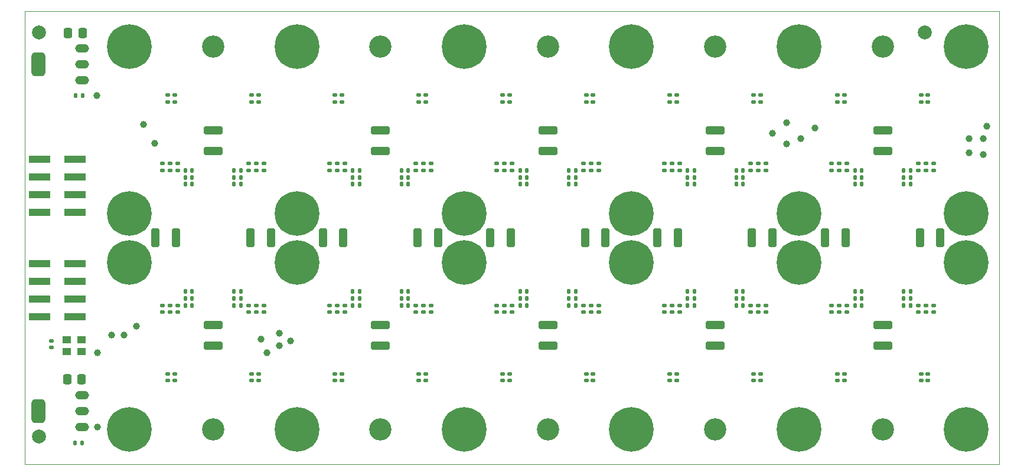
<source format=gbr>
%TF.GenerationSoftware,KiCad,Pcbnew,8.0.6*%
%TF.CreationDate,2024-12-11T18:08:37+01:00*%
%TF.ProjectId,AsicsBoard - 10xBM1370 - 01A,41736963-7342-46f6-9172-64202d203130,rev?*%
%TF.SameCoordinates,Original*%
%TF.FileFunction,Soldermask,Bot*%
%TF.FilePolarity,Negative*%
%FSLAX46Y46*%
G04 Gerber Fmt 4.6, Leading zero omitted, Abs format (unit mm)*
G04 Created by KiCad (PCBNEW 8.0.6) date 2024-12-11 18:08:37*
%MOMM*%
%LPD*%
G01*
G04 APERTURE LIST*
G04 Aperture macros list*
%AMRoundRect*
0 Rectangle with rounded corners*
0 $1 Rounding radius*
0 $2 $3 $4 $5 $6 $7 $8 $9 X,Y pos of 4 corners*
0 Add a 4 corners polygon primitive as box body*
4,1,4,$2,$3,$4,$5,$6,$7,$8,$9,$2,$3,0*
0 Add four circle primitives for the rounded corners*
1,1,$1+$1,$2,$3*
1,1,$1+$1,$4,$5*
1,1,$1+$1,$6,$7*
1,1,$1+$1,$8,$9*
0 Add four rect primitives between the rounded corners*
20,1,$1+$1,$2,$3,$4,$5,0*
20,1,$1+$1,$4,$5,$6,$7,0*
20,1,$1+$1,$6,$7,$8,$9,0*
20,1,$1+$1,$8,$9,$2,$3,0*%
G04 Aperture macros list end*
%ADD10R,1.300000X1.100000*%
%ADD11RoundRect,0.140000X0.140000X0.170000X-0.140000X0.170000X-0.140000X-0.170000X0.140000X-0.170000X0*%
%ADD12C,3.200000*%
%ADD13RoundRect,0.140000X-0.170000X0.140000X-0.170000X-0.140000X0.170000X-0.140000X0.170000X0.140000X0*%
%ADD14RoundRect,0.140000X-0.140000X-0.170000X0.140000X-0.170000X0.140000X0.170000X-0.140000X0.170000X0*%
%ADD15RoundRect,0.140000X0.170000X-0.140000X0.170000X0.140000X-0.170000X0.140000X-0.170000X-0.140000X0*%
%ADD16RoundRect,0.250000X1.100000X-0.325000X1.100000X0.325000X-1.100000X0.325000X-1.100000X-0.325000X0*%
%ADD17C,1.000000*%
%ADD18RoundRect,0.250000X0.325000X1.100000X-0.325000X1.100000X-0.325000X-1.100000X0.325000X-1.100000X0*%
%ADD19RoundRect,0.250000X-0.325000X-1.100000X0.325000X-1.100000X0.325000X1.100000X-0.325000X1.100000X0*%
%ADD20R,3.150000X1.000000*%
%ADD21C,0.800000*%
%ADD22C,6.400000*%
%ADD23RoundRect,0.250000X0.337500X0.475000X-0.337500X0.475000X-0.337500X-0.475000X0.337500X-0.475000X0*%
%ADD24RoundRect,0.512160X-0.469840X0.069840X-0.469840X-0.069840X0.469840X-0.069840X0.469840X0.069840X0*%
%ADD25RoundRect,0.510640X-0.471360X1.221360X-0.471360X-1.221360X0.471360X-1.221360X0.471360X1.221360X0*%
%ADD26RoundRect,0.250000X-1.100000X0.325000X-1.100000X-0.325000X1.100000X-0.325000X1.100000X0.325000X0*%
%ADD27C,2.000000*%
%TA.AperFunction,Profile*%
%ADD28C,0.100000*%
%TD*%
G04 APERTURE END LIST*
D10*
%TO.C,U3*%
X71062000Y-102157000D03*
X73162000Y-102157000D03*
X73162000Y-103807000D03*
X71062000Y-103807000D03*
%TD*%
D11*
%TO.C,C4*%
X73280000Y-67084500D03*
X72320000Y-67084500D03*
%TD*%
%TO.C,C3*%
X73180000Y-116952000D03*
X72220000Y-116952000D03*
%TD*%
D12*
%TO.C,H6*%
X92000000Y-115000000D03*
%TD*%
%TO.C,H3*%
X188000000Y-60000000D03*
%TD*%
%TO.C,H7*%
X116000000Y-60000000D03*
%TD*%
%TO.C,H9*%
X116000000Y-115000000D03*
%TD*%
%TO.C,H5*%
X140000000Y-115000000D03*
%TD*%
%TO.C,H10*%
X164000000Y-115000000D03*
%TD*%
%TO.C,H4*%
X188000000Y-115000000D03*
%TD*%
%TO.C,H1*%
X92000000Y-60000000D03*
%TD*%
%TO.C,H8*%
X164000000Y-60000000D03*
%TD*%
%TO.C,H2*%
X140000000Y-60000000D03*
%TD*%
D13*
%TO.C,C158*%
X181500000Y-107020000D03*
X181500000Y-107980000D03*
%TD*%
%TO.C,C98*%
X158900000Y-97220000D03*
X158900000Y-98180000D03*
%TD*%
D14*
%TO.C,C142*%
X191020000Y-96200000D03*
X191980000Y-96200000D03*
%TD*%
D15*
%TO.C,C56*%
X170500000Y-67980001D03*
X170500000Y-67020001D03*
%TD*%
D14*
%TO.C,C109*%
X191019999Y-78800000D03*
X191979999Y-78800000D03*
%TD*%
D15*
%TO.C,C69*%
X147300000Y-98180000D03*
X147300000Y-97220000D03*
%TD*%
D13*
%TO.C,C22*%
X109500000Y-107020000D03*
X109500000Y-107980000D03*
%TD*%
D16*
%TO.C,C112*%
X188000000Y-75017000D03*
X188000000Y-72067000D03*
%TD*%
D11*
%TO.C,C125*%
X112980000Y-78800000D03*
X112020000Y-78800000D03*
%TD*%
D15*
%TO.C,C141*%
X122500000Y-67980001D03*
X122500000Y-67020001D03*
%TD*%
D17*
%TO.C,TP21*%
X172188000Y-72502000D03*
%TD*%
D18*
%TO.C,C185*%
X196275000Y-87500000D03*
X193325000Y-87500000D03*
%TD*%
D15*
%TO.C,C139*%
X110500001Y-67980000D03*
X110500001Y-67020000D03*
%TD*%
D13*
%TO.C,C64*%
X134900000Y-97220000D03*
X134900000Y-98180000D03*
%TD*%
%TO.C,C118*%
X182900000Y-76819999D03*
X182900000Y-77779999D03*
%TD*%
D14*
%TO.C,C93*%
X167020000Y-95200000D03*
X167980000Y-95200000D03*
%TD*%
D19*
%TO.C,C176*%
X83725000Y-87500000D03*
X86675000Y-87500000D03*
%TD*%
D15*
%TO.C,C152*%
X193100000Y-98180000D03*
X193100000Y-97220000D03*
%TD*%
D11*
%TO.C,C58*%
X136980000Y-96200000D03*
X136020000Y-96200000D03*
%TD*%
D17*
%TO.C,TP23*%
X174220000Y-70978000D03*
%TD*%
D13*
%TO.C,C20*%
X121500000Y-107020000D03*
X121500000Y-107980000D03*
%TD*%
D15*
%TO.C,C88*%
X134500001Y-67980000D03*
X134500001Y-67020000D03*
%TD*%
%TO.C,C124*%
X194500000Y-67980001D03*
X194500000Y-67020001D03*
%TD*%
D11*
%TO.C,C159*%
X88980000Y-78800000D03*
X88020000Y-78800000D03*
%TD*%
D15*
%TO.C,C138*%
X109500001Y-67980000D03*
X109500001Y-67020000D03*
%TD*%
D20*
%TO.C,J1*%
X72195000Y-91232000D03*
X67145000Y-91232000D03*
X72195000Y-93772000D03*
X67145000Y-93772000D03*
X72195000Y-96312000D03*
X67145000Y-96312000D03*
X72195000Y-98852000D03*
X67145000Y-98852000D03*
%TD*%
D13*
%TO.C,C148*%
X181800000Y-97220000D03*
X181800000Y-98180000D03*
%TD*%
D21*
%TO.C,H33*%
X202600000Y-91000000D03*
X201900000Y-92900000D03*
X201900000Y-89100000D03*
X200000000Y-93600000D03*
D22*
X200000000Y-91000000D03*
D21*
X200000000Y-88400000D03*
X198100000Y-92900000D03*
X198100000Y-89100000D03*
X197400000Y-91000000D03*
%TD*%
D15*
%TO.C,C166*%
X97099999Y-77780000D03*
X97099999Y-76820000D03*
%TD*%
D14*
%TO.C,C8*%
X119020000Y-95200000D03*
X119980000Y-95200000D03*
%TD*%
D19*
%TO.C,C184*%
X179725000Y-87500000D03*
X182675000Y-87500000D03*
%TD*%
D13*
%TO.C,C19*%
X122500000Y-107020000D03*
X122500000Y-107980000D03*
%TD*%
D14*
%TO.C,C66*%
X143020000Y-97200000D03*
X143980000Y-97200000D03*
%TD*%
D17*
%TO.C,TP9*%
X202414000Y-73264000D03*
%TD*%
D11*
%TO.C,C167*%
X95979999Y-77800000D03*
X95019999Y-77800000D03*
%TD*%
D17*
%TO.C,TP11*%
X200382000Y-73264000D03*
%TD*%
D14*
%TO.C,C6*%
X119020000Y-96200000D03*
X119980000Y-96200000D03*
%TD*%
D13*
%TO.C,C11*%
X108700000Y-97220000D03*
X108700000Y-98180000D03*
%TD*%
D15*
%TO.C,C140*%
X121500000Y-67980001D03*
X121500000Y-67020001D03*
%TD*%
D14*
%TO.C,C75*%
X143019999Y-78800000D03*
X143979999Y-78800000D03*
%TD*%
D21*
%TO.C,H11*%
X82600000Y-84000000D03*
X81900000Y-85900000D03*
X81900000Y-82100000D03*
X80000000Y-86600000D03*
D22*
X80000000Y-84000000D03*
D21*
X80000000Y-81400000D03*
X78100000Y-85900000D03*
X78100000Y-82100000D03*
X77400000Y-84000000D03*
%TD*%
D17*
%TO.C,TP15*%
X81002000Y-100188000D03*
%TD*%
D13*
%TO.C,C36*%
X98500000Y-107020000D03*
X98500000Y-107980000D03*
%TD*%
D17*
%TO.C,TP1*%
X75400000Y-114666000D03*
%TD*%
D13*
%TO.C,C73*%
X133500000Y-107020000D03*
X133500000Y-107980000D03*
%TD*%
%TO.C,C12*%
X109800000Y-97220000D03*
X109800000Y-98180000D03*
%TD*%
%TO.C,C28*%
X84700000Y-97220000D03*
X84700000Y-98180000D03*
%TD*%
D17*
%TO.C,TP5*%
X103100000Y-102300000D03*
%TD*%
D13*
%TO.C,C156*%
X193500000Y-107020000D03*
X193500000Y-107980000D03*
%TD*%
D17*
%TO.C,TP14*%
X82018000Y-71232000D03*
%TD*%
D14*
%TO.C,C99*%
X160020000Y-97200000D03*
X160980000Y-97200000D03*
%TD*%
D23*
%TO.C,C2*%
X73276500Y-58067500D03*
X71201500Y-58067500D03*
%TD*%
D21*
%TO.C,H27*%
X178600000Y-84000000D03*
X177900000Y-85900000D03*
X177900000Y-82100000D03*
X176000000Y-86600000D03*
D22*
X176000000Y-84000000D03*
D21*
X176000000Y-81400000D03*
X174100000Y-85900000D03*
X174100000Y-82100000D03*
X173400000Y-84000000D03*
%TD*%
D13*
%TO.C,C169*%
X86900000Y-76819999D03*
X86900000Y-77779999D03*
%TD*%
D17*
%TO.C,TP4*%
X101500000Y-103000000D03*
%TD*%
D11*
%TO.C,C108*%
X184980000Y-78800000D03*
X184020000Y-78800000D03*
%TD*%
%TO.C,C133*%
X119979999Y-77800000D03*
X119019999Y-77800000D03*
%TD*%
D14*
%TO.C,C57*%
X143020000Y-96200000D03*
X143980000Y-96200000D03*
%TD*%
D15*
%TO.C,C123*%
X193500000Y-67980001D03*
X193500000Y-67020001D03*
%TD*%
D11*
%TO.C,C9*%
X112980000Y-95200000D03*
X112020000Y-95200000D03*
%TD*%
D24*
%TO.C,U2*%
X73205000Y-110080000D03*
X73205000Y-112380000D03*
X73205000Y-114680000D03*
D25*
X66955000Y-112380000D03*
%TD*%
D13*
%TO.C,C62*%
X132700000Y-97220000D03*
X132700000Y-98180000D03*
%TD*%
D15*
%TO.C,C101*%
X169100000Y-98180000D03*
X169100000Y-97220000D03*
%TD*%
D17*
%TO.C,TP19*%
X174220000Y-74026000D03*
%TD*%
D26*
%TO.C,C10*%
X116000000Y-99983000D03*
X116000000Y-102933000D03*
%TD*%
D15*
%TO.C,C172*%
X85500001Y-67980000D03*
X85500001Y-67020000D03*
%TD*%
D14*
%TO.C,C111*%
X191019999Y-79800000D03*
X191979999Y-79800000D03*
%TD*%
D17*
%TO.C,TP8*%
X200382000Y-75296000D03*
%TD*%
D13*
%TO.C,C157*%
X182500000Y-107020000D03*
X182500000Y-107980000D03*
%TD*%
D21*
%TO.C,H14*%
X82600000Y-115000000D03*
X81900000Y-116900000D03*
X81900000Y-113100000D03*
X80000000Y-117600000D03*
D22*
X80000000Y-115000000D03*
D21*
X80000000Y-112400000D03*
X78100000Y-116900000D03*
X78100000Y-113100000D03*
X77400000Y-115000000D03*
%TD*%
D15*
%TO.C,C46*%
X170199999Y-77780000D03*
X170199999Y-76820000D03*
%TD*%
%TO.C,C35*%
X99300000Y-98180000D03*
X99300000Y-97220000D03*
%TD*%
D21*
%TO.C,H34*%
X202600000Y-115000000D03*
X201900000Y-116900000D03*
X201900000Y-113100000D03*
X200000000Y-117600000D03*
D22*
X200000000Y-115000000D03*
D21*
X200000000Y-112400000D03*
X198100000Y-116900000D03*
X198100000Y-113100000D03*
X197400000Y-115000000D03*
%TD*%
D15*
%TO.C,C68*%
X146200000Y-98180000D03*
X146200000Y-97220000D03*
%TD*%
D14*
%TO.C,C14*%
X112020000Y-97200000D03*
X112980000Y-97200000D03*
%TD*%
D11*
%TO.C,C92*%
X160980000Y-96200000D03*
X160020000Y-96200000D03*
%TD*%
D13*
%TO.C,C37*%
X97500000Y-107020000D03*
X97500000Y-107980000D03*
%TD*%
D21*
%TO.C,H21*%
X130600000Y-91000000D03*
X129900000Y-92900000D03*
X129900000Y-89100000D03*
X128000000Y-93600000D03*
D22*
X128000000Y-91000000D03*
D21*
X128000000Y-88400000D03*
X126100000Y-92900000D03*
X126100000Y-89100000D03*
X125400000Y-91000000D03*
%TD*%
D15*
%TO.C,C132*%
X121099999Y-77780000D03*
X121099999Y-76820000D03*
%TD*%
D13*
%TO.C,C147*%
X180700000Y-97220000D03*
X180700000Y-98180000D03*
%TD*%
D21*
%TO.C,H20*%
X130600000Y-60000000D03*
X129900000Y-61900000D03*
X129900000Y-58100000D03*
X128000000Y-62600000D03*
D22*
X128000000Y-60000000D03*
D21*
X128000000Y-57400000D03*
X126100000Y-61900000D03*
X126100000Y-58100000D03*
X125400000Y-60000000D03*
%TD*%
D15*
%TO.C,C80*%
X146199999Y-77780000D03*
X146199999Y-76820000D03*
%TD*%
D21*
%TO.C,H19*%
X130600000Y-84000000D03*
X129900000Y-85900000D03*
X129900000Y-82100000D03*
X128000000Y-86600000D03*
D22*
X128000000Y-84000000D03*
D21*
X128000000Y-81400000D03*
X126100000Y-85900000D03*
X126100000Y-82100000D03*
X125400000Y-84000000D03*
%TD*%
D11*
%TO.C,C40*%
X160980000Y-78800000D03*
X160020000Y-78800000D03*
%TD*%
D13*
%TO.C,C70*%
X146500000Y-107020000D03*
X146500000Y-107980000D03*
%TD*%
D21*
%TO.C,H32*%
X202600000Y-60000000D03*
X201900000Y-61900000D03*
X201900000Y-58100000D03*
X200000000Y-62600000D03*
D22*
X200000000Y-60000000D03*
D21*
X200000000Y-57400000D03*
X198100000Y-61900000D03*
X198100000Y-58100000D03*
X197400000Y-60000000D03*
%TD*%
D27*
%TO.C,FID4*%
X67000000Y-58000000D03*
%TD*%
D26*
%TO.C,C61*%
X140000000Y-99983000D03*
X140000000Y-102933000D03*
%TD*%
D14*
%TO.C,C23*%
X95020000Y-96200000D03*
X95980000Y-96200000D03*
%TD*%
D11*
%TO.C,C7*%
X112980000Y-96200000D03*
X112020000Y-96200000D03*
%TD*%
D21*
%TO.C,H13*%
X82600000Y-91000000D03*
X81900000Y-92900000D03*
X81900000Y-89100000D03*
X80000000Y-93600000D03*
D22*
X80000000Y-91000000D03*
D21*
X80000000Y-88400000D03*
X78100000Y-92900000D03*
X78100000Y-89100000D03*
X77400000Y-91000000D03*
%TD*%
%TO.C,H31*%
X202600000Y-84000000D03*
X201900000Y-85900000D03*
X201900000Y-82100000D03*
X200000000Y-86600000D03*
D22*
X200000000Y-84000000D03*
D21*
X200000000Y-81400000D03*
X198100000Y-85900000D03*
X198100000Y-82100000D03*
X197400000Y-84000000D03*
%TD*%
D26*
%TO.C,C95*%
X164000000Y-99983000D03*
X164000000Y-102933000D03*
%TD*%
D21*
%TO.C,H30*%
X178600000Y-115000000D03*
X177900000Y-116900000D03*
X177900000Y-113100000D03*
X176000000Y-117600000D03*
D22*
X176000000Y-115000000D03*
D21*
X176000000Y-112400000D03*
X174100000Y-116900000D03*
X174100000Y-113100000D03*
X173400000Y-115000000D03*
%TD*%
%TO.C,H23*%
X154600000Y-84000000D03*
X153900000Y-85900000D03*
X153900000Y-82100000D03*
X152000000Y-86600000D03*
D22*
X152000000Y-84000000D03*
D21*
X152000000Y-81400000D03*
X150100000Y-85900000D03*
X150100000Y-82100000D03*
X149400000Y-84000000D03*
%TD*%
D13*
%TO.C,C149*%
X182900000Y-97220000D03*
X182900000Y-98180000D03*
%TD*%
D21*
%TO.C,H17*%
X106600000Y-91000000D03*
X105900000Y-92900000D03*
X105900000Y-89100000D03*
X104000000Y-93600000D03*
D22*
X104000000Y-91000000D03*
D21*
X104000000Y-88400000D03*
X102100000Y-92900000D03*
X102100000Y-89100000D03*
X101400000Y-91000000D03*
%TD*%
D15*
%TO.C,C114*%
X194199999Y-77780000D03*
X194199999Y-76820000D03*
%TD*%
D17*
%TO.C,TP3*%
X101500000Y-101200000D03*
%TD*%
D15*
%TO.C,C90*%
X146500000Y-67980001D03*
X146500000Y-67020001D03*
%TD*%
D17*
%TO.C,TP16*%
X75414000Y-103998000D03*
%TD*%
D15*
%TO.C,C174*%
X97500000Y-67980001D03*
X97500000Y-67020001D03*
%TD*%
D14*
%TO.C,C160*%
X95019999Y-78800000D03*
X95979999Y-78800000D03*
%TD*%
D21*
%TO.C,H25*%
X154600000Y-91000000D03*
X153900000Y-92900000D03*
X153900000Y-89100000D03*
X152000000Y-93600000D03*
D22*
X152000000Y-91000000D03*
D21*
X152000000Y-88400000D03*
X150100000Y-92900000D03*
X150100000Y-89100000D03*
X149400000Y-91000000D03*
%TD*%
D17*
%TO.C,TP7*%
X99700000Y-104000000D03*
%TD*%
D15*
%TO.C,C53*%
X157500001Y-67980000D03*
X157500001Y-67020000D03*
%TD*%
D13*
%TO.C,C135*%
X110900000Y-76819999D03*
X110900000Y-77779999D03*
%TD*%
D21*
%TO.C,H22*%
X130600000Y-115000000D03*
X129900000Y-116900000D03*
X129900000Y-113100000D03*
X128000000Y-117600000D03*
D22*
X128000000Y-115000000D03*
D21*
X128000000Y-112400000D03*
X126100000Y-116900000D03*
X126100000Y-113100000D03*
X125400000Y-115000000D03*
%TD*%
D17*
%TO.C,TP6*%
X98900000Y-102000000D03*
%TD*%
D18*
%TO.C,C183*%
X172200000Y-87500000D03*
X169250000Y-87500000D03*
%TD*%
D14*
%TO.C,C32*%
X95020000Y-97200000D03*
X95980000Y-97200000D03*
%TD*%
D13*
%TO.C,C119*%
X181800000Y-76819999D03*
X181800000Y-77779999D03*
%TD*%
D15*
%TO.C,C87*%
X133500001Y-67980000D03*
X133500001Y-67020000D03*
%TD*%
D17*
%TO.C,TP12*%
X202922000Y-71486000D03*
%TD*%
D15*
%TO.C,C165*%
X98199999Y-77780000D03*
X98199999Y-76820000D03*
%TD*%
D11*
%TO.C,C116*%
X191979999Y-77800000D03*
X191019999Y-77800000D03*
%TD*%
D14*
%TO.C,C126*%
X119019999Y-78800000D03*
X119979999Y-78800000D03*
%TD*%
D11*
%TO.C,C42*%
X160980000Y-79800000D03*
X160020000Y-79800000D03*
%TD*%
%TO.C,C134*%
X112980000Y-77800000D03*
X112020000Y-77800000D03*
%TD*%
D27*
%TO.C,FID5*%
X67000000Y-116000000D03*
%TD*%
D14*
%TO.C,C43*%
X167019999Y-79800000D03*
X167979999Y-79800000D03*
%TD*%
%TO.C,C59*%
X143020000Y-95200000D03*
X143980000Y-95200000D03*
%TD*%
D15*
%TO.C,C153*%
X194200000Y-98180000D03*
X194200000Y-97220000D03*
%TD*%
D11*
%TO.C,C26*%
X88980000Y-95200000D03*
X88020000Y-95200000D03*
%TD*%
D13*
%TO.C,C96*%
X156700000Y-97220000D03*
X156700000Y-98180000D03*
%TD*%
D26*
%TO.C,C146*%
X188000000Y-99983000D03*
X188000000Y-102933000D03*
%TD*%
D21*
%TO.C,H15*%
X106600000Y-84000000D03*
X105900000Y-85900000D03*
X105900000Y-82100000D03*
X104000000Y-86600000D03*
D22*
X104000000Y-84000000D03*
D21*
X104000000Y-81400000D03*
X102100000Y-85900000D03*
X102100000Y-82100000D03*
X101400000Y-84000000D03*
%TD*%
D13*
%TO.C,C51*%
X157800000Y-76819999D03*
X157800000Y-77779999D03*
%TD*%
D15*
%TO.C,C113*%
X195299999Y-77780000D03*
X195299999Y-76820000D03*
%TD*%
D18*
%TO.C,C179*%
X124275000Y-87500000D03*
X121325000Y-87500000D03*
%TD*%
D15*
%TO.C,C67*%
X145100000Y-98180000D03*
X145100000Y-97220000D03*
%TD*%
D20*
%TO.C,J2*%
X72195000Y-76232000D03*
X67145000Y-76232000D03*
X72195000Y-78772000D03*
X67145000Y-78772000D03*
X72195000Y-81312000D03*
X67145000Y-81312000D03*
X72195000Y-83852000D03*
X67145000Y-83852000D03*
%TD*%
D21*
%TO.C,H12*%
X82600000Y-60000000D03*
X81900000Y-61900000D03*
X81900000Y-58100000D03*
X80000000Y-62600000D03*
D22*
X80000000Y-60000000D03*
D21*
X80000000Y-57400000D03*
X78100000Y-61900000D03*
X78100000Y-58100000D03*
X77400000Y-60000000D03*
%TD*%
D15*
%TO.C,C122*%
X182500001Y-67980000D03*
X182500001Y-67020000D03*
%TD*%
D14*
%TO.C,C100*%
X167020000Y-97200000D03*
X167980000Y-97200000D03*
%TD*%
D15*
%TO.C,C103*%
X171300000Y-98180000D03*
X171300000Y-97220000D03*
%TD*%
D14*
%TO.C,C150*%
X184020000Y-97200000D03*
X184980000Y-97200000D03*
%TD*%
D11*
%TO.C,C161*%
X88980000Y-79800000D03*
X88020000Y-79800000D03*
%TD*%
D17*
%TO.C,TP2*%
X75300000Y-67100000D03*
%TD*%
D14*
%TO.C,C162*%
X95019999Y-79800000D03*
X95979999Y-79800000D03*
%TD*%
D18*
%TO.C,C181*%
X148275000Y-87500000D03*
X145325000Y-87500000D03*
%TD*%
D11*
%TO.C,C24*%
X88980000Y-96200000D03*
X88020000Y-96200000D03*
%TD*%
D13*
%TO.C,C120*%
X180700000Y-76819999D03*
X180700000Y-77779999D03*
%TD*%
D17*
%TO.C,TP18*%
X77446000Y-101458000D03*
%TD*%
%TO.C,TP13*%
X83600000Y-73900000D03*
%TD*%
%TO.C,TP10*%
X202414000Y-75550000D03*
%TD*%
D16*
%TO.C,C78*%
X140000000Y-75017000D03*
X140000000Y-72067000D03*
%TD*%
D21*
%TO.C,H29*%
X178600000Y-91000000D03*
X177900000Y-92900000D03*
X177900000Y-89100000D03*
X176000000Y-93600000D03*
D22*
X176000000Y-91000000D03*
D21*
X176000000Y-88400000D03*
X174100000Y-92900000D03*
X174100000Y-89100000D03*
X173400000Y-91000000D03*
%TD*%
D11*
%TO.C,C117*%
X184980000Y-77800000D03*
X184020000Y-77800000D03*
%TD*%
%TO.C,C76*%
X136980000Y-79800000D03*
X136020000Y-79800000D03*
%TD*%
D16*
%TO.C,C163*%
X92000000Y-75017000D03*
X92000000Y-72067000D03*
%TD*%
D13*
%TO.C,C136*%
X109800000Y-76819999D03*
X109800000Y-77779999D03*
%TD*%
D17*
%TO.C,TP17*%
X79224000Y-101458000D03*
%TD*%
D15*
%TO.C,C47*%
X169099999Y-77780000D03*
X169099999Y-76820000D03*
%TD*%
D11*
%TO.C,C74*%
X136980000Y-78800000D03*
X136020000Y-78800000D03*
%TD*%
D13*
%TO.C,C171*%
X84700000Y-76819999D03*
X84700000Y-77779999D03*
%TD*%
%TO.C,C21*%
X110500000Y-107020000D03*
X110500000Y-107980000D03*
%TD*%
D15*
%TO.C,C81*%
X145099999Y-77780000D03*
X145099999Y-76820000D03*
%TD*%
D13*
%TO.C,C72*%
X134500000Y-107020000D03*
X134500000Y-107980000D03*
%TD*%
D21*
%TO.C,H24*%
X154600000Y-60000000D03*
X153900000Y-61900000D03*
X153900000Y-58100000D03*
X152000000Y-62600000D03*
D22*
X152000000Y-60000000D03*
D21*
X152000000Y-57400000D03*
X150100000Y-61900000D03*
X150100000Y-58100000D03*
X149400000Y-60000000D03*
%TD*%
D24*
%TO.C,U1*%
X73205000Y-60296000D03*
X73205000Y-62596000D03*
X73205000Y-64896000D03*
D25*
X66955000Y-62596000D03*
%TD*%
D19*
%TO.C,C180*%
X131725000Y-87500000D03*
X134675000Y-87500000D03*
%TD*%
D15*
%TO.C,C54*%
X158500001Y-67980000D03*
X158500001Y-67020000D03*
%TD*%
D26*
%TO.C,C27*%
X92000000Y-99983000D03*
X92000000Y-102933000D03*
%TD*%
D17*
%TO.C,TP20*%
X178284000Y-71740000D03*
%TD*%
D13*
%TO.C,C107*%
X157500000Y-107020000D03*
X157500000Y-107980000D03*
%TD*%
D15*
%TO.C,C33*%
X97100000Y-98180000D03*
X97100000Y-97220000D03*
%TD*%
D14*
%TO.C,C31*%
X88020000Y-97200000D03*
X88980000Y-97200000D03*
%TD*%
D15*
%TO.C,C18*%
X123300000Y-98180000D03*
X123300000Y-97220000D03*
%TD*%
D14*
%TO.C,C144*%
X191020000Y-95200000D03*
X191980000Y-95200000D03*
%TD*%
D15*
%TO.C,C115*%
X193099999Y-77780000D03*
X193099999Y-76820000D03*
%TD*%
D13*
%TO.C,C38*%
X86500000Y-107020000D03*
X86500000Y-107980000D03*
%TD*%
%TO.C,C50*%
X158900000Y-76819999D03*
X158900000Y-77779999D03*
%TD*%
D14*
%TO.C,C77*%
X143019999Y-79800000D03*
X143979999Y-79800000D03*
%TD*%
D11*
%TO.C,C49*%
X160980000Y-77800000D03*
X160020000Y-77800000D03*
%TD*%
D15*
%TO.C,C16*%
X121100000Y-98180000D03*
X121100000Y-97220000D03*
%TD*%
D14*
%TO.C,C128*%
X119019999Y-79800000D03*
X119979999Y-79800000D03*
%TD*%
D17*
%TO.C,TP22*%
X176252000Y-73264000D03*
%TD*%
D13*
%TO.C,C84*%
X134900000Y-76819999D03*
X134900000Y-77779999D03*
%TD*%
%TO.C,C63*%
X133800000Y-97220000D03*
X133800000Y-98180000D03*
%TD*%
D15*
%TO.C,C45*%
X171299999Y-77780000D03*
X171299999Y-76820000D03*
%TD*%
D13*
%TO.C,C104*%
X170500000Y-107020000D03*
X170500000Y-107980000D03*
%TD*%
%TO.C,C170*%
X85800000Y-76819999D03*
X85800000Y-77779999D03*
%TD*%
D21*
%TO.C,H18*%
X106600000Y-115000000D03*
X105900000Y-116900000D03*
X105900000Y-113100000D03*
X104000000Y-117600000D03*
D22*
X104000000Y-115000000D03*
D21*
X104000000Y-112400000D03*
X102100000Y-116900000D03*
X102100000Y-113100000D03*
X101400000Y-115000000D03*
%TD*%
D15*
%TO.C,C34*%
X98200000Y-98180000D03*
X98200000Y-97220000D03*
%TD*%
%TO.C,C17*%
X122200000Y-98180000D03*
X122200000Y-97220000D03*
%TD*%
D11*
%TO.C,C143*%
X184980000Y-96200000D03*
X184020000Y-96200000D03*
%TD*%
%TO.C,C110*%
X184980000Y-79800000D03*
X184020000Y-79800000D03*
%TD*%
D14*
%TO.C,C15*%
X119020000Y-97200000D03*
X119980000Y-97200000D03*
%TD*%
D15*
%TO.C,C175*%
X98500000Y-67980001D03*
X98500000Y-67020001D03*
%TD*%
D14*
%TO.C,C91*%
X167020000Y-96200000D03*
X167980000Y-96200000D03*
%TD*%
D21*
%TO.C,H26*%
X154600000Y-115000000D03*
X153900000Y-116900000D03*
X153900000Y-113100000D03*
X152000000Y-117600000D03*
D22*
X152000000Y-115000000D03*
D21*
X152000000Y-112400000D03*
X150100000Y-116900000D03*
X150100000Y-113100000D03*
X149400000Y-115000000D03*
%TD*%
D13*
%TO.C,C39*%
X85500000Y-107020000D03*
X85500000Y-107980000D03*
%TD*%
%TO.C,C85*%
X133800000Y-76819999D03*
X133800000Y-77779999D03*
%TD*%
D11*
%TO.C,C145*%
X184980000Y-95200000D03*
X184020000Y-95200000D03*
%TD*%
D14*
%TO.C,C25*%
X95020000Y-95200000D03*
X95980000Y-95200000D03*
%TD*%
D11*
%TO.C,C48*%
X167979999Y-77800000D03*
X167019999Y-77800000D03*
%TD*%
D18*
%TO.C,C177*%
X100275000Y-87500000D03*
X97325000Y-87500000D03*
%TD*%
D11*
%TO.C,C83*%
X136980000Y-77800000D03*
X136020000Y-77800000D03*
%TD*%
D16*
%TO.C,C44*%
X164000000Y-75017000D03*
X164000000Y-72067000D03*
%TD*%
D27*
%TO.C,FID6*%
X194000000Y-58000000D03*
%TD*%
D15*
%TO.C,C164*%
X99299999Y-77780000D03*
X99299999Y-76820000D03*
%TD*%
D11*
%TO.C,C127*%
X112980000Y-79800000D03*
X112020000Y-79800000D03*
%TD*%
D13*
%TO.C,C52*%
X156700000Y-76819999D03*
X156700000Y-77779999D03*
%TD*%
D15*
%TO.C,C131*%
X122199999Y-77780000D03*
X122199999Y-76820000D03*
%TD*%
D21*
%TO.C,H28*%
X178600000Y-60000000D03*
X177900000Y-61900000D03*
X177900000Y-58100000D03*
X176000000Y-62600000D03*
D22*
X176000000Y-60000000D03*
D21*
X176000000Y-57400000D03*
X174100000Y-61900000D03*
X174100000Y-58100000D03*
X173400000Y-60000000D03*
%TD*%
D13*
%TO.C,C30*%
X86900000Y-97220000D03*
X86900000Y-98180000D03*
%TD*%
D21*
%TO.C,H16*%
X106600000Y-60000000D03*
X105900000Y-61900000D03*
X105900000Y-58100000D03*
X104000000Y-62600000D03*
D22*
X104000000Y-60000000D03*
D21*
X104000000Y-57400000D03*
X102100000Y-61900000D03*
X102100000Y-58100000D03*
X101400000Y-60000000D03*
%TD*%
D15*
%TO.C,C173*%
X86500001Y-67980000D03*
X86500001Y-67020000D03*
%TD*%
D19*
%TO.C,C178*%
X107725000Y-87500000D03*
X110675000Y-87500000D03*
%TD*%
D11*
%TO.C,C94*%
X160980000Y-95200000D03*
X160020000Y-95200000D03*
%TD*%
D15*
%TO.C,C121*%
X181500001Y-67980000D03*
X181500001Y-67020000D03*
%TD*%
D13*
%TO.C,C29*%
X85800000Y-97220000D03*
X85800000Y-98180000D03*
%TD*%
%TO.C,C86*%
X132700000Y-76819999D03*
X132700000Y-77779999D03*
%TD*%
%TO.C,C105*%
X169500000Y-107020000D03*
X169500000Y-107980000D03*
%TD*%
%TO.C,C97*%
X157800000Y-97220000D03*
X157800000Y-98180000D03*
%TD*%
%TO.C,C13*%
X110900000Y-97220000D03*
X110900000Y-98180000D03*
%TD*%
D15*
%TO.C,C89*%
X145500000Y-67980001D03*
X145500000Y-67020001D03*
%TD*%
%TO.C,C154*%
X195300000Y-98180000D03*
X195300000Y-97220000D03*
%TD*%
D13*
%TO.C,C137*%
X108700000Y-76819999D03*
X108700000Y-77779999D03*
%TD*%
D14*
%TO.C,C41*%
X167019999Y-78800000D03*
X167979999Y-78800000D03*
%TD*%
D13*
%TO.C,C71*%
X145500000Y-107020000D03*
X145500000Y-107980000D03*
%TD*%
D16*
%TO.C,C129*%
X116000000Y-75017000D03*
X116000000Y-72067000D03*
%TD*%
D13*
%TO.C,C5*%
X68810000Y-102248000D03*
X68810000Y-103208000D03*
%TD*%
D19*
%TO.C,C182*%
X155725000Y-87500000D03*
X158675000Y-87500000D03*
%TD*%
D13*
%TO.C,C106*%
X158500000Y-107020000D03*
X158500000Y-107980000D03*
%TD*%
D11*
%TO.C,C82*%
X143979999Y-77800000D03*
X143019999Y-77800000D03*
%TD*%
%TO.C,C60*%
X136980000Y-95200000D03*
X136020000Y-95200000D03*
%TD*%
D15*
%TO.C,C55*%
X169500000Y-67980001D03*
X169500000Y-67020001D03*
%TD*%
D14*
%TO.C,C151*%
X191020000Y-97200000D03*
X191980000Y-97200000D03*
%TD*%
D13*
%TO.C,C155*%
X194500000Y-107020000D03*
X194500000Y-107980000D03*
%TD*%
D15*
%TO.C,C130*%
X123299999Y-77780000D03*
X123299999Y-76820000D03*
%TD*%
D14*
%TO.C,C65*%
X136020000Y-97200000D03*
X136980000Y-97200000D03*
%TD*%
D15*
%TO.C,C102*%
X170200000Y-98180000D03*
X170200000Y-97220000D03*
%TD*%
D23*
%TO.C,C1*%
X73149500Y-107808000D03*
X71074500Y-107808000D03*
%TD*%
D11*
%TO.C,C168*%
X88980000Y-77800000D03*
X88020000Y-77800000D03*
%TD*%
D15*
%TO.C,C79*%
X147299999Y-77780000D03*
X147299999Y-76820000D03*
%TD*%
D28*
X204750000Y-55000000D02*
X204750000Y-120000000D01*
X65000000Y-55000000D02*
X65000000Y-120000000D01*
X65000000Y-120000000D02*
X204750000Y-120000000D01*
X65000000Y-55000000D02*
X204750000Y-55000000D01*
M02*

</source>
